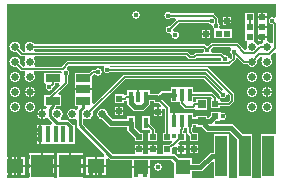
<source format=gbl>
G04 ================== begin FILE IDENTIFICATION RECORD ==================*
G04 Layout Name:  C:/USERS/MSAHADAT3/DROPBOX/GATECH/ETDS_PCB/allegro/ETDS_PCB_V1_3.brd*
G04 Film Name:    BOTTOM*
G04 File Format:  Gerber RS274X*
G04 File Origin:  Cadence Allegro 16.6-S034*
G04 Origin Date:  Mon Aug 24 20:03:50 2015*
G04 *
G04 Layer:  VIA CLASS/BOTTOM*
G04 Layer:  PIN/BOTTOM*
G04 Layer:  ETCH/BOTTOM*
G04 *
G04 Offset:    (0.00 0.00)*
G04 Mirror:    No*
G04 Mode:      Positive*
G04 Rotation:  0*
G04 FullContactRelief:  No*
G04 UndefLineWidth:     5.00*
G04 ================== end FILE IDENTIFICATION RECORD ====================*
%FSLAX25Y25*MOIN*%
%IR0*IPPOS*OFA0.00000B0.00000*MIA0B0*SFA1.00000B1.00000*%
%ADD13C,.015*%
%ADD21R,.03937X.138*%
%ADD14C,.02559*%
%ADD11R,.0748X.0748*%
%ADD20R,.012X.04*%
%ADD17R,.05X.05*%
%ADD18R,.016X.036*%
%ADD19R,.028X.028*%
%ADD16R,.019X.019*%
%ADD15R,.049X.025*%
%ADD22R,.019X.019*%
%ADD12R,.01574X.05314*%
%ADD10R,.05709X.05118*%
%ADD23C,.01*%
%ADD24C,.005*%
%ADD26C,.02504*%
%ADD25C,.03562*%
%ADD27R,.02904X.02904*%
G75*
%LPD*%
G75*
G36*
G01X759691Y1672539D02*
Y1666221D01*
X772509D01*
Y1672539D01*
X771766D01*
X770267Y1674038D01*
X768118D01*
G02X767851Y1674736I0J400D01*
G03X765960Y1677698I-1190J1325D01*
G01X765836Y1677645D01*
X765598Y1677882D01*
X766002Y1678285D01*
Y1678868D01*
X767952D01*
Y1682372D01*
X767200D01*
G02X766917Y1683054I0J400D01*
G01X770152Y1686289D01*
Y1688785D01*
G03X769907Y1690966I-752J1020D01*
G02X769889Y1691548I265J299D01*
G01X770589Y1692248D01*
X781950D01*
G02X782278Y1691620I-1J-400D01*
G03X784307Y1690154I1028J-714D01*
G01X816183D01*
X821824Y1684513D01*
G02X821580Y1683832I-283J-283D01*
G03X821544Y1683828I120J-1246D01*
G01X821447Y1683816D01*
X816111Y1689152D01*
X788689D01*
X778934Y1679397D01*
G02X778252Y1679680I-282J283D01*
G01Y1688789D01*
X778811Y1689348D01*
X779199D01*
G03Y1690852I1001J752D01*
G01X778189D01*
X777189Y1689852D01*
X772348D01*
Y1678868D01*
X773417D01*
G02X773699Y1678186I-1J-400D01*
G01X772883Y1677369D01*
X772743Y1677475D01*
G03X772508Y1674494I-1082J-1414D01*
G02X773098Y1674143I190J-352D01*
G01Y1671885D01*
X782390Y1662593D01*
G02X782108Y1661910I-283J-283D01*
G01X776244D01*
Y1655790D01*
X782956D01*
Y1661062D01*
G02X783639Y1661345I400J0D01*
G01X784085Y1660898D01*
X791398D01*
Y1654901D01*
X775022D01*
Y1663092D01*
X772013D01*
X772001Y1663093D01*
G03X771701I-150J-1243D01*
G01X771689Y1663092D01*
X769013D01*
X769001Y1663093D01*
G03X768701I-150J-1243D01*
G01X768689Y1663092D01*
X766538D01*
Y1654901D01*
X765662D01*
Y1663092D01*
X763013D01*
X763001Y1663093D01*
G03X762701I-150J-1243D01*
G01X762689Y1663092D01*
X760013D01*
X760001Y1663093D01*
G03X759701I-150J-1243D01*
G01X759689Y1663092D01*
X757178D01*
Y1654901D01*
X749851D01*
Y1655790D01*
X755956D01*
Y1661910D01*
X749851D01*
Y1712699D01*
X839600D01*
Y1708514D01*
G02X838958Y1708196I-400J0D01*
G03X838289Y1705950I-758J-997D01*
G01X838380Y1705957D01*
X838510Y1705827D01*
Y1699954D01*
G02X837796Y1699706I-400J0D01*
G03X836536Y1700376I-1396J-1106D01*
G01X836352Y1700575D01*
Y1709952D01*
X833448D01*
Y1700448D01*
X834770D01*
G02X835069Y1699783I0J-400D01*
G03X834785Y1699352I1330J-1185D01*
G01X833960D01*
X833716Y1699107D01*
G02X833060Y1699245I-283J283D01*
G03X832152Y1700215I-1660J-644D01*
G01Y1709952D01*
X829248D01*
Y1700448D01*
X829770D01*
G02X830069Y1699783I0J-400D01*
G03X829770Y1697883I1331J-1183D01*
G02X829404Y1697322I-366J-161D01*
G01X829242D01*
X826712Y1699852D01*
X817889D01*
X816780Y1698742D01*
X816689Y1698749D01*
G03X816511I-89J-1249D01*
G01X816420Y1698742D01*
X815811Y1699352D01*
X759015D01*
G03X756000Y1697499I-1614J-753D01*
G02X755686Y1696852I-314J-247D01*
G01X755211D01*
X754076Y1697987D01*
X754109Y1698100D01*
G03X752900Y1696891I-1709J500D01*
G01X753013Y1696924D01*
X754589Y1695348D01*
X755686D01*
G02X756000Y1694701I0J-400D01*
G03X755940Y1692580I1400J-1101D01*
G02X755612Y1691952I-328J-228D01*
G01X755111D01*
X754076Y1692987D01*
X754109Y1693100D01*
G03X752900Y1691891I-1709J500D01*
G01X753013Y1691924D01*
X754489Y1690448D01*
X755770D01*
G02X756069Y1689783I0J-400D01*
G03X758731I1331J-1183D01*
G02X759030Y1690448I299J265D01*
G01X767766D01*
G02X768164Y1690085I0J-400D01*
G03X768134Y1689852I1236J-278D01*
G01X762048D01*
Y1686348D01*
X762548D01*
G02X762875Y1685719I-1J-400D01*
G03X765149Y1685089I1025J-719D01*
G01X765142Y1685180D01*
X765752Y1685789D01*
Y1686348D01*
X767120D01*
G02X767403Y1685666I0J-400D01*
G01X764109Y1682372D01*
X762048D01*
Y1678868D01*
X762787D01*
G02X763069Y1678186I-1J-400D01*
G01X762998Y1678115D01*
Y1678030D01*
G02X762427Y1677669I-400J0D01*
G03X762833Y1674720I-766J-1608D01*
G02X763380Y1674702I264J-301D01*
G01X764860Y1673222D01*
G02X764577Y1672539I-283J-283D01*
G01X759691D01*
G37*
G36*
G01X758860Y1692580D02*
G03X758800Y1694701I-1460J1020D01*
G02X759114Y1695348I314J247D01*
G01X809567D01*
X810567Y1694348D01*
X812433D01*
X813033Y1694948D01*
X820989D01*
X821258Y1694680D01*
X821251Y1694589D01*
G03X821276Y1694236I1249J-89D01*
G02X820885Y1693752I-391J-84D01*
G01X769967D01*
X768167Y1691952D01*
X759188D01*
G02X758860Y1692580I0J400D01*
G37*
G36*
G01X811189Y1695852D02*
X810189Y1696852D01*
X759114D01*
G02X758800Y1697499I0J400D01*
G03X759015Y1697848I-1399J1103D01*
G01X815189D01*
X815358Y1697680D01*
X815351Y1697589D01*
G03X815449Y1697008I1249J-88D01*
G02X815081Y1696452I-368J-156D01*
G01X812411D01*
X811811Y1695852D01*
X811189D01*
G37*
G36*
G01X784915Y1662902D02*
X775102Y1672715D01*
Y1674214D01*
G02X775714Y1674553I400J0D01*
G03X778370Y1676561I947J1508D01*
G01X778337Y1676674D01*
X789311Y1687648D01*
X815489D01*
X820449Y1682688D01*
X820448Y1682603D01*
G03X822946Y1682466I1252J-17D01*
G02X823627Y1682710I398J-39D01*
G01X824148Y1682189D01*
Y1680911D01*
X823489Y1680252D01*
X821411D01*
X821311Y1680352D01*
X820752D01*
Y1681052D01*
X820052D01*
Y1681611D01*
X818311Y1683352D01*
X811802D01*
Y1685102D01*
X804398D01*
Y1683852D01*
X801182D01*
X800282Y1682952D01*
X797493D01*
Y1684002D01*
X789771D01*
Y1682452D01*
X789189D01*
X789093Y1682356D01*
G02X788752Y1682497I-141J141D01*
G01Y1682652D01*
X785848D01*
Y1679748D01*
X788752D01*
Y1680448D01*
X789311D01*
X789430Y1680567D01*
G02X789771Y1680425I141J-142D01*
G01Y1679398D01*
X789796D01*
X792046Y1677148D01*
X795218D01*
X797442Y1679373D01*
Y1679598D01*
X797493D01*
Y1680448D01*
X798748D01*
Y1679648D01*
X800589D01*
X801203Y1679034D01*
G02X800920Y1678352I-283J-282D01*
G01X798748D01*
Y1675448D01*
X801652D01*
Y1677620D01*
G02X802334Y1677903I400J0D01*
G01X802548Y1677689D01*
Y1669952D01*
X801848D01*
Y1667048D01*
X804903D01*
G02X805044Y1666707I0J-200D01*
G01X804870Y1666532D01*
X804470D01*
X803689Y1665752D01*
X801848D01*
Y1662902D01*
X799852D01*
Y1665752D01*
X796948D01*
Y1662902D01*
X795252D01*
Y1665752D01*
X792348D01*
Y1662902D01*
X784915D01*
G37*
G36*
G01X831592Y1654901D02*
Y1669402D01*
X828421D01*
X825155Y1672668D01*
X819303D01*
G02X819020Y1673350I0J400D01*
G01X819618Y1673948D01*
X820752D01*
Y1674056D01*
G02X821055Y1674227I200J0D01*
G03X821284Y1676481I645J1073D01*
G02X820752Y1676852I-132J377D01*
G01X817848D01*
Y1675718D01*
X817082Y1674952D01*
X816602D01*
Y1675602D01*
X812798D01*
Y1675052D01*
X811802D01*
Y1676302D01*
X804052D01*
Y1678311D01*
X801652Y1680711D01*
Y1680782D01*
X802218Y1681348D01*
X804398D01*
Y1680098D01*
X807348D01*
Y1679539D01*
X809039Y1677848D01*
X812170D01*
G02X812798Y1677520I228J-328D01*
G01Y1677398D01*
X816602D01*
Y1681202D01*
X812798D01*
Y1680052D01*
X812239D01*
X812143Y1679956D01*
G02X811802Y1680098I-141J142D01*
G01Y1681848D01*
X817689D01*
X818144Y1681393D01*
G02X818003Y1681052I-141J-141D01*
G01X817848D01*
Y1678148D01*
X820752D01*
Y1678748D01*
X824111D01*
X825652Y1680289D01*
Y1682811D01*
X816805Y1691658D01*
X784307D01*
G03X784079Y1691891I-1001J-752D01*
G01X784202Y1692248D01*
X824211D01*
X826252Y1694289D01*
Y1694603D01*
G02X826593Y1694744I200J0D01*
G01X828489Y1692848D01*
X829785D01*
G03X833109Y1694100I1615J752D01*
G01X833076Y1694213D01*
X834111Y1695248D01*
X834612D01*
G02X834940Y1694620I0J-400D01*
G03X837711Y1694806I1460J-1020D01*
G02X837722Y1695359I294J271D01*
G01X838917Y1696554D01*
G02X839600Y1696272I283J-282D01*
G01Y1669402D01*
X834526D01*
Y1654901D01*
X831592D01*
G37*
G36*
G01X797402D02*
Y1660898D01*
X804585D01*
X805598Y1659885D01*
Y1654901D01*
X797402D01*
G37*
G36*
G01X811602D02*
Y1657048D01*
X814847D01*
X818095Y1660296D01*
G02X818778Y1660014I283J-283D01*
G01Y1654901D01*
X811602D01*
G37*
G36*
G01X823718D02*
Y1669402D01*
X818778D01*
Y1663252D01*
X817511D01*
X813811Y1659552D01*
X811602D01*
Y1661302D01*
X807015D01*
X805415Y1662902D01*
X804752D01*
Y1664689D01*
X805092Y1665030D01*
X805492D01*
X805766Y1665303D01*
G02X806448Y1665020I282J-283D01*
G01Y1662848D01*
X809352D01*
Y1665752D01*
X807180D01*
G02X806897Y1666434I0J400D01*
G01X807511Y1667048D01*
X809352D01*
Y1669952D01*
X808652D01*
Y1670539D01*
X808852Y1670739D01*
Y1671298D01*
X809948D01*
Y1669689D01*
X810748Y1668889D01*
Y1667048D01*
X813652D01*
Y1669952D01*
X811811D01*
X811452Y1670311D01*
Y1671298D01*
X811802D01*
Y1672548D01*
X812798D01*
Y1671798D01*
X814832D01*
X816466Y1670164D01*
X824119D01*
X826652Y1667631D01*
Y1654901D01*
X823718D01*
G37*
G36*
G01X824399Y1694561D02*
G02X823725Y1694761I-283J283D01*
G03X822411Y1695749I-1225J-261D01*
G01X822320Y1695742D01*
X821611Y1696452D01*
X818119D01*
G02X817751Y1697008I0J400D01*
G03X817849Y1697589I-1151J493D01*
G01X817842Y1697680D01*
X818511Y1698348D01*
X824223D01*
G02X824533Y1697695I0J-400D01*
G03X824748Y1695899I967J-795D01*
G01Y1694911D01*
X824399Y1694561D01*
G37*
%LPC*%
G75*
G36*
G01X820972Y1704352D02*
X824752D01*
Y1701448D01*
X818948D01*
Y1704376D01*
G02X818249Y1705542I552J1124D01*
G03X817886Y1705953I-400J13D01*
G02X816999Y1706448I114J1247D01*
G01X807211D01*
X805179Y1704417D01*
X805186Y1704326D01*
G02X805177Y1704067I-1249J-86D01*
G03X805654Y1703620I396J-55D01*
G02X804666Y1702564I252J-1226D01*
G03X804189Y1703011I-396J55D01*
G02X804026Y1705486I-252J1226D01*
G01X804117Y1705479D01*
X806103Y1707466D01*
G03X805820Y1708148I-283J282D01*
G01X804501D01*
G02Y1709652I-1001J752D01*
G01X818711D01*
X818911Y1709452D01*
X818933D01*
X820251Y1708133D01*
Y1706501D01*
G02X820616Y1704933I-751J-1001D01*
G03X820972Y1704352I357J-181D01*
G37*
G36*
G01X799852Y1669952D02*
Y1667048D01*
X796948D01*
Y1669952D01*
X797648D01*
Y1670580D01*
X797430Y1670798D01*
X794890D01*
Y1675402D01*
X797492D01*
Y1672861D01*
X799152Y1671202D01*
Y1669952D01*
X799852D01*
G37*
G36*
G01X784104Y1671848D02*
X781674Y1674278D01*
X781595Y1674281D01*
G02X783441Y1676127I66J1780D01*
G01X783444Y1676048D01*
X785140Y1674352D01*
X789772D01*
Y1675402D01*
X792374D01*
Y1671695D01*
X794118Y1669952D01*
X795252D01*
Y1667048D01*
X792348D01*
Y1668182D01*
X789822Y1670709D01*
Y1670998D01*
X789772D01*
Y1671848D01*
X784104D01*
G37*
G54D26*
X792800Y1709100D03*
X800200Y1658500D03*
G54D25*
X752400Y1678600D03*
Y1683600D03*
Y1688600D03*
X757400Y1678600D03*
Y1683600D03*
X831400Y1678600D03*
Y1683600D03*
Y1688600D03*
X836400Y1678600D03*
Y1683600D03*
Y1688600D03*
G54D27*
X816200Y1702900D03*
X823300Y1707100D03*
X787300Y1677000D03*
X812200Y1664300D03*
%LPD*%
G75*
G54D10*
X752600Y1658850D03*
X779600D03*
G54D20*
X805500Y1673800D03*
X808100D03*
X810700D03*
Y1682600D03*
X808100D03*
X805500D03*
G54D11*
X761420Y1658850D03*
X770780D03*
G54D12*
X760980Y1669380D03*
X771220D03*
X768650D03*
X763540D03*
X766100D03*
G54D21*
X821248Y1662000D03*
X836996D03*
X829122D03*
G54D22*
X820400Y1702900D03*
X816200D03*
X834900Y1705200D03*
X830700D03*
X834900Y1701900D03*
X830700D03*
X834900Y1708500D03*
X830700D03*
G54D13*
G01X791073Y1673100D02*
X784622D01*
X781661Y1676061D01*
G01X791073Y1673100D02*
Y1671227D01*
X793800Y1668500D01*
G01X796191Y1681700D02*
Y1679891D01*
X794700Y1678400D01*
X792564D01*
X791073Y1679891D01*
Y1681700D01*
G01X805500Y1682600D02*
X801700D01*
X800200Y1681100D01*
G01X796191Y1681700D02*
X799600D01*
X800200Y1681100D01*
G01X808600Y1658300D02*
X814329D01*
X818029Y1662000D01*
X821248D01*
G01X810700Y1673800D02*
X814600D01*
X814700Y1673700D01*
G01D02*
X816984Y1671416D01*
X824637D01*
X829122Y1666931D01*
Y1662000D01*
G01X814700Y1673700D02*
X817600D01*
X819300Y1675400D01*
X759851Y1664850D03*
X756851D03*
X753851D03*
X750851D03*
X759851Y1661850D03*
X756851D03*
X753851D03*
X750851D03*
X759851Y1658850D03*
X756851D03*
X753851D03*
X750851D03*
X759851Y1655850D03*
X756851D03*
X753851D03*
X750851D03*
X759851Y1679850D03*
Y1673850D03*
X756851D03*
X753851D03*
X750851D03*
X759851Y1670850D03*
X756851D03*
X753851D03*
X750851D03*
X759851Y1667850D03*
X756851D03*
X753851D03*
X750851D03*
X756851Y1685850D03*
X753851D03*
X750851D03*
X759851Y1682850D03*
X756851Y1706850D03*
X753851D03*
X750851D03*
X756851Y1703850D03*
X753851D03*
X750851D03*
X753851Y1700850D03*
X750851D03*
X756851Y1709850D03*
X753851D03*
X750851D03*
X771851Y1664850D03*
X768851D03*
X765851D03*
X762851D03*
X771851Y1661850D03*
X768851D03*
X765851D03*
X762851D03*
X771851Y1658850D03*
X768851D03*
X765851D03*
X762851D03*
X771851Y1655850D03*
X768851D03*
X765851D03*
X762851D03*
Y1673850D03*
X763800Y1681000D03*
X769400Y1689805D03*
X761300Y1693400D03*
X768851Y1682850D03*
X763900Y1685000D03*
X771851Y1706850D03*
X768851D03*
X765851D03*
X768851Y1703850D03*
Y1700850D03*
X771851Y1709850D03*
X768851D03*
X765851D03*
X762851D03*
X786851Y1664850D03*
X774851D03*
Y1661850D03*
X783851Y1658850D03*
X780851D03*
X774851D03*
X783851Y1655850D03*
X780851D03*
X777851D03*
X774851D03*
X786851Y1670850D03*
X783851D03*
X780851D03*
X783851Y1667850D03*
X774851D03*
X780200Y1690100D03*
X783306Y1690906D03*
X774851Y1706850D03*
X783851Y1709850D03*
X774851D03*
X800200Y1658500D03*
X789851Y1664850D03*
X792851Y1658850D03*
X798851Y1655850D03*
X795851D03*
X792851D03*
X798851Y1676850D03*
X795851Y1685850D03*
X792851D03*
X800000Y1685000D03*
X798851Y1706850D03*
X792851D03*
Y1703850D03*
X789851D03*
Y1700850D03*
X792800Y1709100D03*
X789851Y1709850D03*
X813851Y1655850D03*
X801851D03*
X805600Y1668800D03*
X805700Y1677600D03*
X807851Y1685850D03*
X804851D03*
X801851D03*
X805906Y1702394D03*
X811500Y1696600D03*
X810851Y1703850D03*
X813851Y1700850D03*
X810851D03*
X803937Y1704237D03*
X803500Y1708900D03*
X825851Y1661850D03*
Y1658850D03*
Y1655850D03*
X816851D03*
X821700Y1675300D03*
X825851Y1676850D03*
Y1673850D03*
X818500Y1691400D03*
X825851Y1691850D03*
X821700Y1682586D03*
X819200Y1697400D03*
X824300Y1705800D03*
X816851Y1700850D03*
X825500Y1696900D03*
X816600Y1697500D03*
X822500Y1694500D03*
X818000Y1707200D03*
X819500Y1705500D03*
X820354Y1702854D03*
X823300Y1702900D03*
X828851Y1679850D03*
Y1676850D03*
X837851Y1673850D03*
X834851D03*
X831851D03*
X828851D03*
X837851Y1670850D03*
X834851D03*
X831851D03*
X828851D03*
Y1691850D03*
X837851Y1685850D03*
X828851Y1682850D03*
X830700Y1701900D03*
X830654Y1705054D03*
X828800Y1699000D03*
X833700Y1701700D03*
X834900Y1705200D03*
X838200Y1707199D03*
X837851Y1709850D03*
G54D23*
G01X771220Y1669380D02*
Y1671669D01*
X769852Y1673037D01*
X766461D01*
X764000Y1675498D01*
Y1677700D01*
X765000Y1678700D01*
Y1680620D01*
G01X808600Y1658300D02*
X805000Y1661900D01*
X784500D01*
X774100Y1672300D01*
Y1677170D01*
X775300Y1678370D01*
Y1680620D01*
G54D14*
X757400Y1678600D03*
X752400D03*
X757400Y1683600D03*
X752400D03*
X757400Y1688600D03*
X752400D03*
X757400Y1693600D03*
X752400D03*
X757400Y1698600D03*
X752400D03*
X771661Y1676061D03*
X766661D03*
X761661D03*
X781661D03*
X776661D03*
X836400Y1678600D03*
X831400D03*
X836400Y1683600D03*
X831400D03*
X836400Y1688600D03*
X831400D03*
X836400Y1693600D03*
X831400D03*
X836400Y1698600D03*
X831400D03*
G54D24*
G01X756978Y1658850D02*
X761420D01*
G01X752600Y1655589D02*
Y1658850D01*
G01D02*
Y1662111D01*
G01Y1658850D02*
X756157D01*
G01X759679Y1676061D02*
X761661D01*
G01X759491Y1669380D02*
X760980D01*
G01X757400Y1681618D02*
Y1683600D01*
G01D02*
Y1685582D01*
G01X755418Y1683600D02*
X757400D01*
G01D02*
X759382D01*
G01X825500Y1696900D02*
Y1694600D01*
X823900Y1693000D01*
X770278D01*
X768478Y1691200D01*
X754800D01*
X752400Y1693600D01*
G01X816600Y1697500D02*
X815500Y1698600D01*
X757400D01*
G01X752400D02*
X754900Y1696100D01*
X809878D01*
X810878Y1695100D01*
X812122D01*
X812722Y1695700D01*
X821300D01*
X822500Y1694500D01*
G01X761420Y1658850D02*
Y1663292D01*
G01X770780Y1658850D02*
Y1663292D01*
G01X766338Y1658850D02*
X770780D01*
G01X760980Y1666021D02*
Y1669380D01*
G01X761661Y1674079D02*
Y1676061D01*
G01D02*
Y1678043D01*
G01X760980Y1669380D02*
Y1672739D01*
G01X769400Y1689805D02*
Y1686600D01*
X763800Y1681000D01*
G01X772148Y1684360D02*
X775300D01*
G01X765000Y1688100D02*
Y1686100D01*
X763900Y1685000D01*
G01X779600Y1655589D02*
Y1658850D01*
G01D02*
Y1662111D01*
G01X776043Y1658850D02*
X779600D01*
G01D02*
X783157D01*
G01X785648Y1677000D02*
X787300D01*
G01X776661Y1676061D02*
X789000Y1688400D01*
X815800D01*
X821700Y1682500D01*
Y1682586D01*
G01X775300Y1684360D02*
X778452D01*
G01X780200Y1690100D02*
X778500D01*
X776500Y1688100D01*
X775300D01*
G01X819300Y1679600D02*
X821000D01*
X821100Y1679500D01*
X823800D01*
X824900Y1680600D01*
Y1682500D01*
X816494Y1690906D01*
X783306D01*
G01X793800Y1664300D02*
Y1665952D01*
G01X792148Y1664300D02*
X793800D01*
G01D02*
X795452D01*
G01X798400D02*
Y1665952D01*
G01X796748Y1664300D02*
X798400D01*
G01D02*
X800052D01*
G01X791198Y1658300D02*
X794400D01*
G01D02*
X797602D01*
G01X800200Y1675248D02*
Y1676900D01*
G01D02*
Y1678552D01*
G01X798548Y1676900D02*
X800200D01*
G01D02*
X801852D01*
G01X787300Y1675348D02*
Y1677000D01*
G01D02*
Y1678652D01*
G01Y1677000D02*
X788952D01*
G01X796191Y1673100D02*
X798400Y1670891D01*
Y1668500D01*
G01X793632Y1681700D02*
Y1685069D01*
G01D02*
X792851Y1685850D01*
G01X800200Y1681100D02*
X803300Y1678000D01*
Y1668500D01*
G01X791073Y1681700D02*
X789500D01*
X789000Y1681200D01*
X787300D01*
G01X807900Y1662648D02*
Y1664300D01*
G01D02*
Y1665952D01*
G01X806248Y1664300D02*
X807900D01*
G01D02*
X809552D01*
G01X812200Y1662648D02*
Y1664300D01*
G01D02*
Y1665952D01*
G01X810548Y1664300D02*
X812200D01*
G01D02*
X813852D01*
G01X803300D02*
X804781Y1665781D01*
X805181D01*
X807900Y1668500D01*
G01X810700Y1673800D02*
Y1670000D01*
X812200Y1668500D01*
G01X805700Y1677600D02*
X805500Y1677400D01*
G01D02*
Y1673800D01*
G01X814700Y1679300D02*
X812550D01*
X811850Y1678600D01*
X809350D01*
X808100Y1679850D01*
Y1682600D01*
G01X807900Y1668500D02*
Y1670850D01*
X808100Y1671050D01*
Y1673800D01*
G01X810700Y1682600D02*
X818000D01*
X819300Y1681300D01*
Y1679600D01*
G01X803937Y1704237D02*
X806900Y1707200D01*
X818000D01*
G01X819500Y1705500D02*
Y1707822D01*
X818622Y1708700D01*
X818600D01*
X818400Y1708900D01*
X803500D01*
G01X823300Y1705448D02*
Y1707100D01*
G01X816200Y1701248D02*
Y1702900D01*
G01D02*
Y1704552D01*
G01X814548Y1702900D02*
X816200D01*
G01D02*
X817852D01*
G01X831400Y1693600D02*
X828800D01*
X825500Y1696900D01*
G01X816600Y1697500D02*
X818200Y1699100D01*
X826401D01*
X828931Y1696570D01*
X832241D01*
X834271Y1698600D01*
X836400D01*
G01X823300Y1707100D02*
Y1708752D01*
G01X821648Y1707100D02*
X823300D01*
G01D02*
X824952D01*
G01X836400Y1681618D02*
Y1683600D01*
G01D02*
Y1685582D01*
G01X834418Y1683600D02*
X836400D01*
G01D02*
X838382D01*
G01X838200Y1707199D02*
X839261Y1706138D01*
Y1697961D01*
X837300Y1696000D01*
X833800D01*
X831400Y1693600D01*
G01X830700Y1705200D02*
Y1708500D01*
G01X834900Y1700248D02*
Y1701900D01*
G01X833248D02*
X834900D01*
G01D02*
X836552D01*
G01X833248Y1705200D02*
X834900D01*
G01D02*
X836552D01*
G01X834900Y1708500D02*
Y1710152D01*
G01X833248Y1708500D02*
X834900D01*
G01D02*
X836552D01*
G54D15*
X765000Y1680620D03*
X775300D03*
X765000Y1688100D03*
X775300Y1684360D03*
Y1688100D03*
G54D16*
X787300Y1677000D03*
Y1681200D03*
X798400Y1664300D03*
X793800D03*
X798400Y1668500D03*
X793800D03*
X800200Y1676900D03*
Y1681100D03*
X807900Y1664300D03*
X803300D03*
X812200D03*
X807900Y1668500D03*
X803300D03*
X812200D03*
X819300Y1675400D03*
Y1679600D03*
X823300Y1707100D03*
Y1702900D03*
G54D17*
X794400Y1658300D03*
X808600D03*
G54D18*
X791073Y1673100D03*
X796191D03*
Y1681700D03*
X793632D03*
X791073D03*
G54D19*
X814700Y1673700D03*
Y1679300D03*
M02*

</source>
